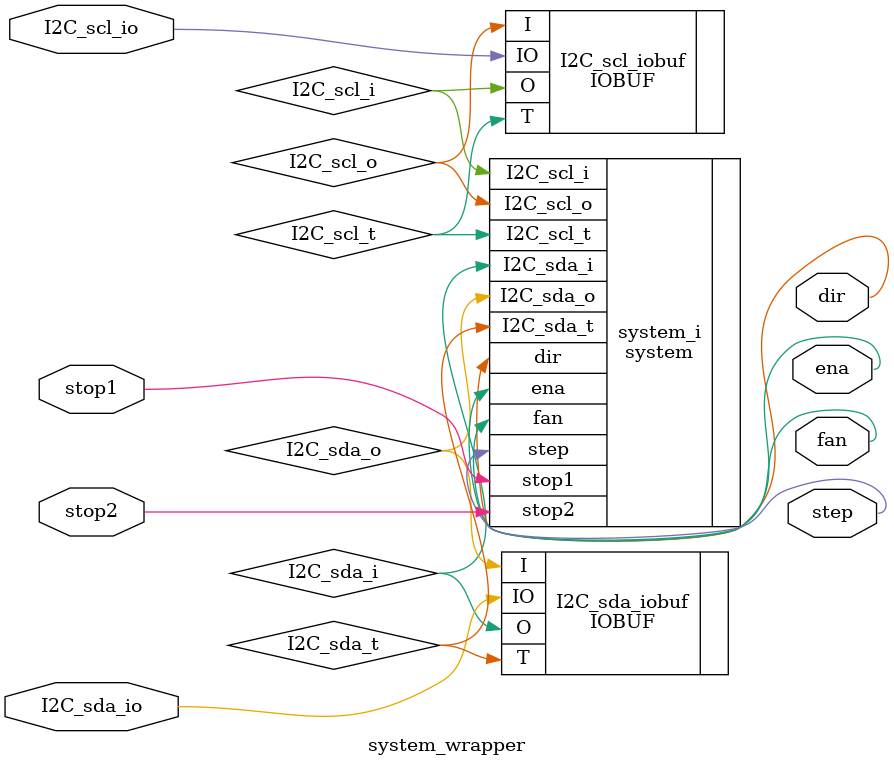
<source format=v>
`timescale 1 ps / 1 ps

module system_wrapper
   (I2C_scl_io,
    I2C_sda_io,
    dir,
    ena,
    fan,
    step,
    stop1,
    stop2);
  inout I2C_scl_io;
  inout I2C_sda_io;
  output dir;
  output ena;
  output fan;
  output step;
  input stop1;
  input stop2;

  wire I2C_scl_i;
  wire I2C_scl_io;
  wire I2C_scl_o;
  wire I2C_scl_t;
  wire I2C_sda_i;
  wire I2C_sda_io;
  wire I2C_sda_o;
  wire I2C_sda_t;
  wire dir;
  wire ena;
  wire fan;
  wire step;
  wire stop1;
  wire stop2;

  IOBUF I2C_scl_iobuf
       (.I(I2C_scl_o),
        .IO(I2C_scl_io),
        .O(I2C_scl_i),
        .T(I2C_scl_t));
  IOBUF I2C_sda_iobuf
       (.I(I2C_sda_o),
        .IO(I2C_sda_io),
        .O(I2C_sda_i),
        .T(I2C_sda_t));
  system system_i
       (.I2C_scl_i(I2C_scl_i),
        .I2C_scl_o(I2C_scl_o),
        .I2C_scl_t(I2C_scl_t),
        .I2C_sda_i(I2C_sda_i),
        .I2C_sda_o(I2C_sda_o),
        .I2C_sda_t(I2C_sda_t),
        .dir(dir),
        .ena(ena),
        .fan(fan),
        .step(step),
        .stop1(stop1),
        .stop2(stop2));
endmodule

</source>
